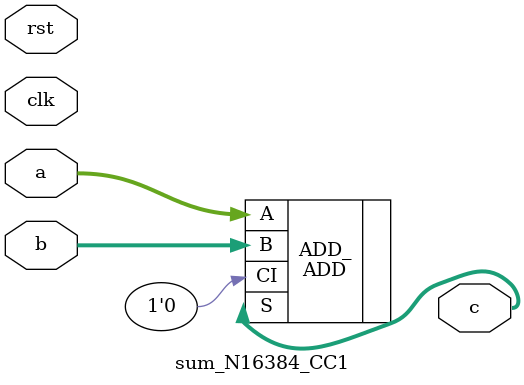
<source format=v>

module sum_N16384_CC1 ( clk, rst, a, b, c );
  input [16383:0] a;
  input [16383:0] b;
  output [16383:0] c;
  input clk, rst;

  tri   \*Logic0* ;
  tri   [16383:0] a;
  tri   [16383:0] b;
  tri   [16383:0] c;

  ADD ADD_ ( .A(a), .B(b), .CI(1'b0), .S(c) );
endmodule


</source>
